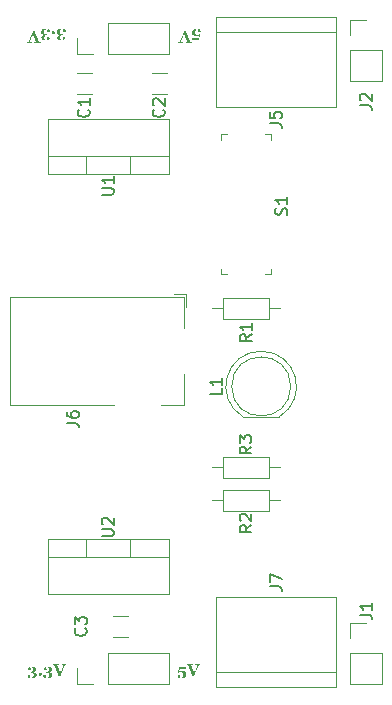
<source format=gto>
%TF.GenerationSoftware,KiCad,Pcbnew,8.0.4*%
%TF.CreationDate,2024-09-05T09:17:28+05:30*%
%TF.ProjectId,BreadBoard_PowerSupply,42726561-6442-46f6-9172-645f506f7765,1*%
%TF.SameCoordinates,Original*%
%TF.FileFunction,Legend,Top*%
%TF.FilePolarity,Positive*%
%FSLAX46Y46*%
G04 Gerber Fmt 4.6, Leading zero omitted, Abs format (unit mm)*
G04 Created by KiCad (PCBNEW 8.0.4) date 2024-09-05 09:17:28*
%MOMM*%
%LPD*%
G01*
G04 APERTURE LIST*
%ADD10C,0.200000*%
%ADD11C,0.150000*%
%ADD12C,0.120000*%
%ADD13C,0.100000*%
G04 APERTURE END LIST*
D10*
G36*
X156514276Y-67955039D02*
G01*
X156476479Y-67923776D01*
X156445644Y-67883720D01*
X156425833Y-67837714D01*
X156418287Y-67786543D01*
X156418044Y-67774544D01*
X156423935Y-67721951D01*
X156441606Y-67673378D01*
X156471058Y-67628825D01*
X156505680Y-67593837D01*
X156541143Y-67566937D01*
X156589703Y-67538716D01*
X156643244Y-67516333D01*
X156691665Y-67502141D01*
X156743545Y-67492004D01*
X156798884Y-67485922D01*
X156857681Y-67483895D01*
X156908320Y-67485930D01*
X156963665Y-67493448D01*
X157014989Y-67506506D01*
X157062293Y-67525104D01*
X157093620Y-67541780D01*
X157135935Y-67572265D01*
X157169088Y-67610538D01*
X157187979Y-67658003D01*
X157190340Y-67683685D01*
X157180448Y-67732355D01*
X157159077Y-67763797D01*
X157117260Y-67790261D01*
X157075546Y-67796526D01*
X157026209Y-67789443D01*
X156986642Y-67768193D01*
X156957683Y-67728037D01*
X156951959Y-67692722D01*
X156958142Y-67641989D01*
X156963927Y-67619938D01*
X156978481Y-67572858D01*
X156982734Y-67560343D01*
X156943655Y-67550085D01*
X156893250Y-67546453D01*
X156887235Y-67546421D01*
X156838138Y-67551382D01*
X156809321Y-67559122D01*
X156763625Y-67582308D01*
X156743131Y-67599910D01*
X156712773Y-67638911D01*
X156697458Y-67669764D01*
X156684880Y-67719439D01*
X156681354Y-67771425D01*
X156681338Y-67775521D01*
X156684801Y-67825392D01*
X156688665Y-67846840D01*
X156706022Y-67892589D01*
X156714799Y-67905702D01*
X156753594Y-67938302D01*
X156767556Y-67945025D01*
X156816233Y-67957199D01*
X156852308Y-67959191D01*
X156939503Y-67959191D01*
X156939503Y-68046630D01*
X156877709Y-68046630D01*
X156828322Y-68051615D01*
X156781335Y-68070758D01*
X156752413Y-68097677D01*
X156728748Y-68143484D01*
X156717370Y-68193148D01*
X156713616Y-68246779D01*
X156713578Y-68253260D01*
X156717994Y-68306198D01*
X156734598Y-68355888D01*
X156750947Y-68379533D01*
X156793333Y-68409862D01*
X156841962Y-68421127D01*
X156859147Y-68421787D01*
X156906041Y-68418612D01*
X156946341Y-68407866D01*
X156931780Y-68359023D01*
X156927779Y-68344362D01*
X156918087Y-68296197D01*
X156916788Y-68274997D01*
X156928671Y-68225532D01*
X156950494Y-68199526D01*
X156994904Y-68177012D01*
X157038421Y-68171683D01*
X157087249Y-68180920D01*
X157120487Y-68204411D01*
X157145978Y-68248388D01*
X157151017Y-68284034D01*
X157141405Y-68333551D01*
X157112568Y-68378297D01*
X157075657Y-68410659D01*
X157052587Y-68425695D01*
X157007010Y-68448536D01*
X156956617Y-68465766D01*
X156901409Y-68477387D01*
X156850255Y-68482882D01*
X156804925Y-68484314D01*
X156755603Y-68482802D01*
X156705408Y-68477489D01*
X156656206Y-68467099D01*
X156634199Y-68460133D01*
X156587476Y-68440636D01*
X156543124Y-68413982D01*
X156527465Y-68401271D01*
X156493218Y-68363233D01*
X156474220Y-68327265D01*
X156461082Y-68279020D01*
X156459321Y-68256435D01*
X156466465Y-68206609D01*
X156472022Y-68188047D01*
X156493951Y-68142035D01*
X156509635Y-68121124D01*
X156546862Y-68086513D01*
X156588526Y-68060552D01*
X156634400Y-68040570D01*
X156682608Y-68026034D01*
X156702587Y-68021473D01*
X156702587Y-68010482D01*
X156653098Y-68004595D01*
X156606111Y-67994362D01*
X156557140Y-67977937D01*
X156514276Y-67955039D01*
G37*
G36*
X155984757Y-67850503D02*
G01*
X155994832Y-67800556D01*
X156022578Y-67760163D01*
X156025057Y-67757691D01*
X156065883Y-67729466D01*
X156116648Y-67718406D01*
X156120068Y-67718368D01*
X156168894Y-67726901D01*
X156210958Y-67752500D01*
X156216055Y-67757203D01*
X156244806Y-67797166D01*
X156256072Y-67847129D01*
X156256111Y-67850503D01*
X156246097Y-67901062D01*
X156218520Y-67941805D01*
X156216055Y-67944293D01*
X156174893Y-67972868D01*
X156126969Y-67983949D01*
X156120068Y-67984104D01*
X156071822Y-67975303D01*
X156030123Y-67948899D01*
X156025057Y-67944048D01*
X155996131Y-67903544D01*
X155984797Y-67853833D01*
X155984757Y-67850503D01*
G37*
G36*
X155180710Y-67955039D02*
G01*
X155142913Y-67923776D01*
X155112078Y-67883720D01*
X155092268Y-67837714D01*
X155084721Y-67786543D01*
X155084478Y-67774544D01*
X155090369Y-67721951D01*
X155108040Y-67673378D01*
X155137492Y-67628825D01*
X155172114Y-67593837D01*
X155207577Y-67566937D01*
X155256137Y-67538716D01*
X155309678Y-67516333D01*
X155358099Y-67502141D01*
X155409980Y-67492004D01*
X155465318Y-67485922D01*
X155524115Y-67483895D01*
X155574754Y-67485930D01*
X155630099Y-67493448D01*
X155681423Y-67506506D01*
X155728727Y-67525104D01*
X155760054Y-67541780D01*
X155802369Y-67572265D01*
X155835522Y-67610538D01*
X155854413Y-67658003D01*
X155856774Y-67683685D01*
X155846882Y-67732355D01*
X155825511Y-67763797D01*
X155783694Y-67790261D01*
X155741980Y-67796526D01*
X155692643Y-67789443D01*
X155653076Y-67768193D01*
X155624117Y-67728037D01*
X155618393Y-67692722D01*
X155624576Y-67641989D01*
X155630361Y-67619938D01*
X155644915Y-67572858D01*
X155649168Y-67560343D01*
X155610089Y-67550085D01*
X155559684Y-67546453D01*
X155553669Y-67546421D01*
X155504572Y-67551382D01*
X155475755Y-67559122D01*
X155430059Y-67582308D01*
X155409565Y-67599910D01*
X155379207Y-67638911D01*
X155363892Y-67669764D01*
X155351314Y-67719439D01*
X155347788Y-67771425D01*
X155347772Y-67775521D01*
X155351235Y-67825392D01*
X155355099Y-67846840D01*
X155372456Y-67892589D01*
X155381233Y-67905702D01*
X155420028Y-67938302D01*
X155433990Y-67945025D01*
X155482667Y-67957199D01*
X155518742Y-67959191D01*
X155605937Y-67959191D01*
X155605937Y-68046630D01*
X155544143Y-68046630D01*
X155494756Y-68051615D01*
X155447769Y-68070758D01*
X155418847Y-68097677D01*
X155395182Y-68143484D01*
X155383805Y-68193148D01*
X155380050Y-68246779D01*
X155380012Y-68253260D01*
X155384428Y-68306198D01*
X155401032Y-68355888D01*
X155417381Y-68379533D01*
X155459767Y-68409862D01*
X155508396Y-68421127D01*
X155525581Y-68421787D01*
X155572475Y-68418612D01*
X155612775Y-68407866D01*
X155598214Y-68359023D01*
X155594213Y-68344362D01*
X155584521Y-68296197D01*
X155583222Y-68274997D01*
X155595105Y-68225532D01*
X155616928Y-68199526D01*
X155661338Y-68177012D01*
X155704855Y-68171683D01*
X155753683Y-68180920D01*
X155786921Y-68204411D01*
X155812412Y-68248388D01*
X155817451Y-68284034D01*
X155807839Y-68333551D01*
X155779002Y-68378297D01*
X155742091Y-68410659D01*
X155719021Y-68425695D01*
X155673444Y-68448536D01*
X155623051Y-68465766D01*
X155567843Y-68477387D01*
X155516689Y-68482882D01*
X155471359Y-68484314D01*
X155422037Y-68482802D01*
X155371842Y-68477489D01*
X155322640Y-68467099D01*
X155300633Y-68460133D01*
X155253910Y-68440636D01*
X155209558Y-68413982D01*
X155193899Y-68401271D01*
X155159652Y-68363233D01*
X155140654Y-68327265D01*
X155127516Y-68279020D01*
X155125755Y-68256435D01*
X155132899Y-68206609D01*
X155138456Y-68188047D01*
X155160385Y-68142035D01*
X155176069Y-68121124D01*
X155213297Y-68086513D01*
X155254960Y-68060552D01*
X155300834Y-68040570D01*
X155349042Y-68026034D01*
X155369021Y-68021473D01*
X155369021Y-68010482D01*
X155319532Y-68004595D01*
X155272545Y-67994362D01*
X155223575Y-67977937D01*
X155180710Y-67955039D01*
G37*
G36*
X153917486Y-68649910D02*
G01*
X153960961Y-68641362D01*
X154003459Y-68622066D01*
X154042616Y-68591878D01*
X154049133Y-68584453D01*
X154075167Y-68542308D01*
X154081129Y-68529743D01*
X154101255Y-68483154D01*
X154120633Y-68437387D01*
X154140968Y-68388815D01*
X154160828Y-68340928D01*
X154182062Y-68289835D01*
X154201769Y-68242500D01*
X154222527Y-68192710D01*
X154228651Y-68178033D01*
X154248236Y-68130580D01*
X154268522Y-68081188D01*
X154289509Y-68029855D01*
X154308056Y-67984311D01*
X154323906Y-67945270D01*
X154342903Y-67898195D01*
X154361607Y-67851858D01*
X154380020Y-67806260D01*
X154401132Y-67753996D01*
X154421847Y-67702736D01*
X154559845Y-67702736D01*
X154583956Y-67762816D01*
X154608174Y-67823133D01*
X154626408Y-67868526D01*
X154644702Y-67914051D01*
X154663056Y-67959710D01*
X154681470Y-68005502D01*
X154699944Y-68051427D01*
X154718478Y-68097485D01*
X154737073Y-68143677D01*
X154755727Y-68190001D01*
X154779659Y-68249497D01*
X154801752Y-68304276D01*
X154822005Y-68354338D01*
X154840419Y-68399683D01*
X154860849Y-68449732D01*
X154881571Y-68500061D01*
X154895678Y-68533895D01*
X154919888Y-68578033D01*
X154926453Y-68586651D01*
X154965562Y-68618788D01*
X154973348Y-68623532D01*
X155014625Y-68641850D01*
X155062008Y-68651376D01*
X155062008Y-68703155D01*
X154533711Y-68703155D01*
X154533711Y-68652597D01*
X154582666Y-68645647D01*
X154630854Y-68634579D01*
X154634339Y-68633302D01*
X154660717Y-68607900D01*
X154658519Y-68591292D01*
X154651191Y-68568089D01*
X154633970Y-68522012D01*
X154615179Y-68474194D01*
X154595080Y-68424364D01*
X154575136Y-68375717D01*
X154571568Y-68367077D01*
X154552196Y-68319923D01*
X154530104Y-68265626D01*
X154510473Y-68217044D01*
X154489102Y-68163891D01*
X154465990Y-68106165D01*
X154447515Y-68059871D01*
X154428060Y-68011005D01*
X154407627Y-67959568D01*
X154400598Y-67941850D01*
X154379424Y-67994953D01*
X154359406Y-68045420D01*
X154340545Y-68093251D01*
X154319439Y-68147169D01*
X154299999Y-68197293D01*
X154285071Y-68236163D01*
X154265497Y-68287404D01*
X154246950Y-68335980D01*
X154229433Y-68381891D01*
X154210672Y-68431099D01*
X154203983Y-68448654D01*
X154186603Y-68497083D01*
X154175651Y-68532185D01*
X154164720Y-68581087D01*
X154164171Y-68590559D01*
X154195923Y-68627684D01*
X154244564Y-68641499D01*
X154297160Y-68648511D01*
X154312671Y-68649910D01*
X154312671Y-68703155D01*
X153917486Y-68703155D01*
X153917486Y-68649910D01*
G37*
G36*
X167286142Y-121930958D02*
G01*
X167325273Y-121962651D01*
X167358922Y-122002164D01*
X167372604Y-122023038D01*
X167394036Y-122070333D01*
X167404993Y-122120506D01*
X167407775Y-122166408D01*
X167403653Y-122220980D01*
X167391288Y-122271669D01*
X167370680Y-122318478D01*
X167341829Y-122361406D01*
X167304735Y-122400452D01*
X167290538Y-122412605D01*
X167244382Y-122445060D01*
X167193658Y-122470800D01*
X167138365Y-122489825D01*
X167088799Y-122500550D01*
X167036060Y-122506612D01*
X166991585Y-122508104D01*
X166940386Y-122506026D01*
X166884820Y-122498349D01*
X166833743Y-122485016D01*
X166787154Y-122466025D01*
X166756623Y-122448997D01*
X166715484Y-122418085D01*
X166683252Y-122380062D01*
X166664886Y-122333779D01*
X166662590Y-122309046D01*
X166672404Y-122260102D01*
X166693609Y-122228446D01*
X166735426Y-122201785D01*
X166777140Y-122195473D01*
X166826477Y-122202617D01*
X166866044Y-122224050D01*
X166895003Y-122264497D01*
X166900727Y-122300009D01*
X166895185Y-122349010D01*
X166889003Y-122373038D01*
X166874520Y-122420327D01*
X166869952Y-122433610D01*
X166908298Y-122442403D01*
X166949575Y-122445578D01*
X167000340Y-122438110D01*
X167026512Y-122428237D01*
X167069540Y-122400664D01*
X167091236Y-122378167D01*
X167118225Y-122336890D01*
X167137642Y-122288774D01*
X167148495Y-122241016D01*
X167153130Y-122191897D01*
X167153518Y-122171782D01*
X167149422Y-122121024D01*
X167135264Y-122070925D01*
X167110992Y-122027458D01*
X167101739Y-122015711D01*
X167062504Y-121980947D01*
X167015996Y-121960613D01*
X166967405Y-121954650D01*
X166915506Y-121959138D01*
X166868512Y-121973907D01*
X166860182Y-121978097D01*
X166819211Y-122004964D01*
X166782757Y-122039158D01*
X166729024Y-122021572D01*
X166795702Y-121523317D01*
X167376267Y-121523317D01*
X167376267Y-121710896D01*
X166845284Y-121710896D01*
X166816951Y-121934378D01*
X166862394Y-121909757D01*
X166908823Y-121890309D01*
X166912450Y-121888949D01*
X166963306Y-121874874D01*
X167016331Y-121868251D01*
X167049959Y-121867211D01*
X167099289Y-121869428D01*
X167148054Y-121876079D01*
X167170371Y-121880644D01*
X167218228Y-121895311D01*
X167264956Y-121917878D01*
X167286142Y-121930958D01*
G37*
G36*
X168562799Y-121342089D02*
G01*
X168519324Y-121350637D01*
X168476826Y-121369933D01*
X168437670Y-121400121D01*
X168431152Y-121407546D01*
X168405119Y-121449691D01*
X168399157Y-121462256D01*
X168379030Y-121508845D01*
X168359652Y-121554612D01*
X168339317Y-121603184D01*
X168319457Y-121651071D01*
X168298223Y-121702164D01*
X168278517Y-121749499D01*
X168257758Y-121799289D01*
X168251634Y-121813966D01*
X168232049Y-121861419D01*
X168211763Y-121910811D01*
X168190776Y-121962144D01*
X168172229Y-122007688D01*
X168156379Y-122046729D01*
X168137383Y-122093804D01*
X168118678Y-122140141D01*
X168100265Y-122185739D01*
X168079153Y-122238003D01*
X168058438Y-122289263D01*
X167920441Y-122289263D01*
X167896329Y-122229183D01*
X167872111Y-122168866D01*
X167853877Y-122123473D01*
X167835583Y-122077948D01*
X167817229Y-122032289D01*
X167798815Y-121986497D01*
X167780341Y-121940572D01*
X167761807Y-121894514D01*
X167743212Y-121848322D01*
X167724558Y-121801998D01*
X167700626Y-121742502D01*
X167678533Y-121687723D01*
X167658280Y-121637661D01*
X167639867Y-121592316D01*
X167619436Y-121542267D01*
X167598714Y-121491938D01*
X167584607Y-121458104D01*
X167560397Y-121413966D01*
X167553832Y-121405348D01*
X167514723Y-121373211D01*
X167506937Y-121368467D01*
X167465660Y-121350149D01*
X167418277Y-121340623D01*
X167418277Y-121288844D01*
X167946575Y-121288844D01*
X167946575Y-121339402D01*
X167897619Y-121346352D01*
X167849431Y-121357420D01*
X167845946Y-121358697D01*
X167819568Y-121384099D01*
X167821766Y-121400707D01*
X167829094Y-121423910D01*
X167846315Y-121469987D01*
X167865106Y-121517805D01*
X167885205Y-121567635D01*
X167905149Y-121616282D01*
X167908717Y-121624922D01*
X167928089Y-121672076D01*
X167950181Y-121726373D01*
X167969812Y-121774955D01*
X167991183Y-121828108D01*
X168014295Y-121885834D01*
X168032770Y-121932128D01*
X168052225Y-121980994D01*
X168072658Y-122032431D01*
X168079687Y-122050149D01*
X168100861Y-121997046D01*
X168120879Y-121946579D01*
X168139740Y-121898748D01*
X168160846Y-121844830D01*
X168180286Y-121794706D01*
X168195214Y-121755836D01*
X168214788Y-121704595D01*
X168233335Y-121656019D01*
X168250852Y-121610108D01*
X168269613Y-121560900D01*
X168276302Y-121543345D01*
X168293682Y-121494916D01*
X168304635Y-121459814D01*
X168315565Y-121410912D01*
X168316114Y-121401440D01*
X168284362Y-121364315D01*
X168235721Y-121350500D01*
X168183125Y-121343488D01*
X168167614Y-121342089D01*
X168167614Y-121288844D01*
X168562799Y-121288844D01*
X168562799Y-121342089D01*
G37*
G36*
X167993857Y-68061041D02*
G01*
X167954726Y-68029348D01*
X167921077Y-67989835D01*
X167907395Y-67968961D01*
X167885963Y-67921666D01*
X167875006Y-67871493D01*
X167872224Y-67825591D01*
X167876346Y-67771019D01*
X167888711Y-67720330D01*
X167909319Y-67673521D01*
X167938170Y-67630593D01*
X167975264Y-67591547D01*
X167989461Y-67579394D01*
X168035617Y-67546939D01*
X168086341Y-67521199D01*
X168141634Y-67502174D01*
X168191200Y-67491449D01*
X168243939Y-67485387D01*
X168288414Y-67483895D01*
X168339613Y-67485973D01*
X168395179Y-67493650D01*
X168446256Y-67506983D01*
X168492845Y-67525974D01*
X168523376Y-67543002D01*
X168564515Y-67573914D01*
X168596747Y-67611937D01*
X168615113Y-67658220D01*
X168617409Y-67682953D01*
X168607595Y-67731897D01*
X168586390Y-67763553D01*
X168544573Y-67790214D01*
X168502859Y-67796526D01*
X168453522Y-67789382D01*
X168413955Y-67767949D01*
X168384996Y-67727502D01*
X168379272Y-67691990D01*
X168384814Y-67642989D01*
X168390996Y-67618961D01*
X168405479Y-67571672D01*
X168410047Y-67558389D01*
X168371701Y-67549596D01*
X168330424Y-67546421D01*
X168279659Y-67553889D01*
X168253487Y-67563762D01*
X168210459Y-67591335D01*
X168188763Y-67613832D01*
X168161774Y-67655109D01*
X168142357Y-67703225D01*
X168131504Y-67750983D01*
X168126869Y-67800102D01*
X168126481Y-67820217D01*
X168130577Y-67870975D01*
X168144735Y-67921074D01*
X168169007Y-67964541D01*
X168178260Y-67976288D01*
X168217495Y-68011052D01*
X168264003Y-68031386D01*
X168312594Y-68037349D01*
X168364493Y-68032861D01*
X168411487Y-68018092D01*
X168419817Y-68013902D01*
X168460788Y-67987035D01*
X168497242Y-67952841D01*
X168550975Y-67970427D01*
X168484297Y-68468682D01*
X167903732Y-68468682D01*
X167903732Y-68281103D01*
X168434715Y-68281103D01*
X168463048Y-68057621D01*
X168417605Y-68082242D01*
X168371176Y-68101690D01*
X168367549Y-68103050D01*
X168316693Y-68117125D01*
X168263668Y-68123748D01*
X168230040Y-68124788D01*
X168180710Y-68122571D01*
X168131945Y-68115920D01*
X168109628Y-68111355D01*
X168061771Y-68096688D01*
X168015043Y-68074121D01*
X167993857Y-68061041D01*
G37*
G36*
X166717200Y-68649910D02*
G01*
X166760675Y-68641362D01*
X166803173Y-68622066D01*
X166842329Y-68591878D01*
X166848847Y-68584453D01*
X166874880Y-68542308D01*
X166880842Y-68529743D01*
X166900969Y-68483154D01*
X166920347Y-68437387D01*
X166940682Y-68388815D01*
X166960542Y-68340928D01*
X166981776Y-68289835D01*
X167001482Y-68242500D01*
X167022241Y-68192710D01*
X167028365Y-68178033D01*
X167047950Y-68130580D01*
X167068236Y-68081188D01*
X167089223Y-68029855D01*
X167107770Y-67984311D01*
X167123620Y-67945270D01*
X167142616Y-67898195D01*
X167161321Y-67851858D01*
X167179734Y-67806260D01*
X167200846Y-67753996D01*
X167221561Y-67702736D01*
X167359558Y-67702736D01*
X167383670Y-67762816D01*
X167407888Y-67823133D01*
X167426122Y-67868526D01*
X167444416Y-67914051D01*
X167462770Y-67959710D01*
X167481184Y-68005502D01*
X167499658Y-68051427D01*
X167518192Y-68097485D01*
X167536787Y-68143677D01*
X167555441Y-68190001D01*
X167579373Y-68249497D01*
X167601466Y-68304276D01*
X167621719Y-68354338D01*
X167640132Y-68399683D01*
X167660563Y-68449732D01*
X167681285Y-68500061D01*
X167695392Y-68533895D01*
X167719602Y-68578033D01*
X167726167Y-68586651D01*
X167765276Y-68618788D01*
X167773062Y-68623532D01*
X167814339Y-68641850D01*
X167861722Y-68651376D01*
X167861722Y-68703155D01*
X167333424Y-68703155D01*
X167333424Y-68652597D01*
X167382380Y-68645647D01*
X167430568Y-68634579D01*
X167434053Y-68633302D01*
X167460431Y-68607900D01*
X167458233Y-68591292D01*
X167450905Y-68568089D01*
X167433684Y-68522012D01*
X167414893Y-68474194D01*
X167394794Y-68424364D01*
X167374850Y-68375717D01*
X167371282Y-68367077D01*
X167351910Y-68319923D01*
X167329818Y-68265626D01*
X167310187Y-68217044D01*
X167288816Y-68163891D01*
X167265704Y-68106165D01*
X167247229Y-68059871D01*
X167227774Y-68011005D01*
X167207341Y-67959568D01*
X167200312Y-67941850D01*
X167179138Y-67994953D01*
X167159120Y-68045420D01*
X167140259Y-68093251D01*
X167119153Y-68147169D01*
X167099713Y-68197293D01*
X167084785Y-68236163D01*
X167065211Y-68287404D01*
X167046664Y-68335980D01*
X167029147Y-68381891D01*
X167010386Y-68431099D01*
X167003697Y-68448654D01*
X166986317Y-68497083D01*
X166975364Y-68532185D01*
X166964434Y-68581087D01*
X166963885Y-68590559D01*
X166995637Y-68627684D01*
X167044278Y-68641499D01*
X167096874Y-68648511D01*
X167112385Y-68649910D01*
X167112385Y-68703155D01*
X166717200Y-68703155D01*
X166717200Y-68649910D01*
G37*
G36*
X154635723Y-122036960D02*
G01*
X154673520Y-122068223D01*
X154704355Y-122108279D01*
X154724166Y-122154285D01*
X154731712Y-122205456D01*
X154731955Y-122217455D01*
X154726064Y-122270048D01*
X154708393Y-122318621D01*
X154678941Y-122363174D01*
X154644319Y-122398162D01*
X154608856Y-122425062D01*
X154560296Y-122453283D01*
X154506755Y-122475666D01*
X154458334Y-122489858D01*
X154406454Y-122499995D01*
X154351115Y-122506077D01*
X154292318Y-122508104D01*
X154241679Y-122506069D01*
X154186334Y-122498551D01*
X154135010Y-122485493D01*
X154087706Y-122466895D01*
X154056379Y-122450219D01*
X154014064Y-122419734D01*
X153980911Y-122381461D01*
X153962020Y-122333996D01*
X153959659Y-122308314D01*
X153969551Y-122259644D01*
X153990922Y-122228202D01*
X154032739Y-122201738D01*
X154074453Y-122195473D01*
X154123790Y-122202556D01*
X154163357Y-122223806D01*
X154192316Y-122263962D01*
X154198040Y-122299277D01*
X154191857Y-122350010D01*
X154186072Y-122372061D01*
X154171518Y-122419141D01*
X154167265Y-122431656D01*
X154206344Y-122441914D01*
X154256749Y-122445546D01*
X154262764Y-122445578D01*
X154311861Y-122440617D01*
X154340678Y-122432877D01*
X154386374Y-122409691D01*
X154406868Y-122392089D01*
X154437226Y-122353088D01*
X154452541Y-122322235D01*
X154465119Y-122272560D01*
X154468645Y-122220574D01*
X154468661Y-122216478D01*
X154465198Y-122166607D01*
X154461334Y-122145159D01*
X154443977Y-122099410D01*
X154435200Y-122086297D01*
X154396405Y-122053697D01*
X154382443Y-122046974D01*
X154333766Y-122034800D01*
X154297691Y-122032808D01*
X154210496Y-122032808D01*
X154210496Y-121945369D01*
X154272290Y-121945369D01*
X154321677Y-121940384D01*
X154368664Y-121921241D01*
X154397586Y-121894322D01*
X154421251Y-121848515D01*
X154432629Y-121798851D01*
X154436383Y-121745220D01*
X154436421Y-121738739D01*
X154432005Y-121685801D01*
X154415401Y-121636111D01*
X154399052Y-121612466D01*
X154356666Y-121582137D01*
X154308037Y-121570872D01*
X154290852Y-121570212D01*
X154243958Y-121573387D01*
X154203658Y-121584133D01*
X154218219Y-121632976D01*
X154222220Y-121647637D01*
X154231912Y-121695802D01*
X154233211Y-121717002D01*
X154221328Y-121766467D01*
X154199505Y-121792473D01*
X154155095Y-121814987D01*
X154111578Y-121820316D01*
X154062750Y-121811079D01*
X154029512Y-121787588D01*
X154004021Y-121743611D01*
X153998982Y-121707965D01*
X154008594Y-121658448D01*
X154037431Y-121613702D01*
X154074342Y-121581340D01*
X154097412Y-121566304D01*
X154142989Y-121543463D01*
X154193382Y-121526233D01*
X154248590Y-121514612D01*
X154299744Y-121509117D01*
X154345074Y-121507685D01*
X154394396Y-121509197D01*
X154444591Y-121514510D01*
X154493793Y-121524900D01*
X154515800Y-121531866D01*
X154562523Y-121551363D01*
X154606875Y-121578017D01*
X154622534Y-121590728D01*
X154656781Y-121628766D01*
X154675779Y-121664734D01*
X154688917Y-121712979D01*
X154690678Y-121735564D01*
X154683534Y-121785390D01*
X154677977Y-121803952D01*
X154656048Y-121849964D01*
X154640364Y-121870875D01*
X154603137Y-121905486D01*
X154561473Y-121931447D01*
X154515599Y-121951429D01*
X154467391Y-121965965D01*
X154447412Y-121970526D01*
X154447412Y-121981517D01*
X154496901Y-121987404D01*
X154543888Y-121997637D01*
X154592859Y-122014062D01*
X154635723Y-122036960D01*
G37*
G36*
X155165242Y-122141496D02*
G01*
X155155167Y-122191443D01*
X155127421Y-122231836D01*
X155124942Y-122234308D01*
X155084116Y-122262533D01*
X155033351Y-122273593D01*
X155029931Y-122273631D01*
X154981105Y-122265098D01*
X154939041Y-122239499D01*
X154933944Y-122234796D01*
X154905193Y-122194833D01*
X154893927Y-122144870D01*
X154893888Y-122141496D01*
X154903902Y-122090937D01*
X154931479Y-122050194D01*
X154933944Y-122047706D01*
X154975106Y-122019131D01*
X155023030Y-122008050D01*
X155029931Y-122007895D01*
X155078177Y-122016696D01*
X155119876Y-122043100D01*
X155124942Y-122047951D01*
X155153868Y-122088455D01*
X155165202Y-122138166D01*
X155165242Y-122141496D01*
G37*
G36*
X155969289Y-122036960D02*
G01*
X156007086Y-122068223D01*
X156037921Y-122108279D01*
X156057731Y-122154285D01*
X156065278Y-122205456D01*
X156065521Y-122217455D01*
X156059630Y-122270048D01*
X156041959Y-122318621D01*
X156012507Y-122363174D01*
X155977885Y-122398162D01*
X155942422Y-122425062D01*
X155893862Y-122453283D01*
X155840321Y-122475666D01*
X155791900Y-122489858D01*
X155740019Y-122499995D01*
X155684681Y-122506077D01*
X155625884Y-122508104D01*
X155575245Y-122506069D01*
X155519900Y-122498551D01*
X155468576Y-122485493D01*
X155421272Y-122466895D01*
X155389945Y-122450219D01*
X155347630Y-122419734D01*
X155314477Y-122381461D01*
X155295586Y-122333996D01*
X155293225Y-122308314D01*
X155303117Y-122259644D01*
X155324488Y-122228202D01*
X155366305Y-122201738D01*
X155408019Y-122195473D01*
X155457356Y-122202556D01*
X155496923Y-122223806D01*
X155525882Y-122263962D01*
X155531606Y-122299277D01*
X155525423Y-122350010D01*
X155519638Y-122372061D01*
X155505084Y-122419141D01*
X155500831Y-122431656D01*
X155539910Y-122441914D01*
X155590315Y-122445546D01*
X155596330Y-122445578D01*
X155645427Y-122440617D01*
X155674244Y-122432877D01*
X155719940Y-122409691D01*
X155740434Y-122392089D01*
X155770792Y-122353088D01*
X155786107Y-122322235D01*
X155798685Y-122272560D01*
X155802211Y-122220574D01*
X155802227Y-122216478D01*
X155798764Y-122166607D01*
X155794900Y-122145159D01*
X155777543Y-122099410D01*
X155768766Y-122086297D01*
X155729971Y-122053697D01*
X155716009Y-122046974D01*
X155667332Y-122034800D01*
X155631257Y-122032808D01*
X155544062Y-122032808D01*
X155544062Y-121945369D01*
X155605856Y-121945369D01*
X155655243Y-121940384D01*
X155702230Y-121921241D01*
X155731152Y-121894322D01*
X155754817Y-121848515D01*
X155766194Y-121798851D01*
X155769949Y-121745220D01*
X155769987Y-121738739D01*
X155765571Y-121685801D01*
X155748967Y-121636111D01*
X155732618Y-121612466D01*
X155690232Y-121582137D01*
X155641603Y-121570872D01*
X155624418Y-121570212D01*
X155577524Y-121573387D01*
X155537224Y-121584133D01*
X155551785Y-121632976D01*
X155555786Y-121647637D01*
X155565478Y-121695802D01*
X155566777Y-121717002D01*
X155554894Y-121766467D01*
X155533071Y-121792473D01*
X155488661Y-121814987D01*
X155445144Y-121820316D01*
X155396316Y-121811079D01*
X155363078Y-121787588D01*
X155337587Y-121743611D01*
X155332548Y-121707965D01*
X155342160Y-121658448D01*
X155370997Y-121613702D01*
X155407908Y-121581340D01*
X155430978Y-121566304D01*
X155476555Y-121543463D01*
X155526948Y-121526233D01*
X155582156Y-121514612D01*
X155633310Y-121509117D01*
X155678640Y-121507685D01*
X155727962Y-121509197D01*
X155778157Y-121514510D01*
X155827359Y-121524900D01*
X155849366Y-121531866D01*
X155896089Y-121551363D01*
X155940441Y-121578017D01*
X155956100Y-121590728D01*
X155990347Y-121628766D01*
X156009345Y-121664734D01*
X156022483Y-121712979D01*
X156024244Y-121735564D01*
X156017100Y-121785390D01*
X156011543Y-121803952D01*
X155989614Y-121849964D01*
X155973930Y-121870875D01*
X155936702Y-121905486D01*
X155895039Y-121931447D01*
X155849165Y-121951429D01*
X155800957Y-121965965D01*
X155780978Y-121970526D01*
X155780978Y-121981517D01*
X155830467Y-121987404D01*
X155877454Y-121997637D01*
X155926424Y-122014062D01*
X155969289Y-122036960D01*
G37*
G36*
X157232513Y-121342089D02*
G01*
X157189038Y-121350637D01*
X157146540Y-121369933D01*
X157107383Y-121400121D01*
X157100866Y-121407546D01*
X157074832Y-121449691D01*
X157068870Y-121462256D01*
X157048744Y-121508845D01*
X157029366Y-121554612D01*
X157009031Y-121603184D01*
X156989171Y-121651071D01*
X156967937Y-121702164D01*
X156948230Y-121749499D01*
X156927472Y-121799289D01*
X156921348Y-121813966D01*
X156901763Y-121861419D01*
X156881477Y-121910811D01*
X156860490Y-121962144D01*
X156841943Y-122007688D01*
X156826093Y-122046729D01*
X156807096Y-122093804D01*
X156788392Y-122140141D01*
X156769979Y-122185739D01*
X156748867Y-122238003D01*
X156728152Y-122289263D01*
X156590154Y-122289263D01*
X156566043Y-122229183D01*
X156541825Y-122168866D01*
X156523591Y-122123473D01*
X156505297Y-122077948D01*
X156486943Y-122032289D01*
X156468529Y-121986497D01*
X156450055Y-121940572D01*
X156431521Y-121894514D01*
X156412926Y-121848322D01*
X156394272Y-121801998D01*
X156370340Y-121742502D01*
X156348247Y-121687723D01*
X156327994Y-121637661D01*
X156309580Y-121592316D01*
X156289150Y-121542267D01*
X156268428Y-121491938D01*
X156254321Y-121458104D01*
X156230111Y-121413966D01*
X156223546Y-121405348D01*
X156184437Y-121373211D01*
X156176651Y-121368467D01*
X156135374Y-121350149D01*
X156087991Y-121340623D01*
X156087991Y-121288844D01*
X156616288Y-121288844D01*
X156616288Y-121339402D01*
X156567333Y-121346352D01*
X156519145Y-121357420D01*
X156515660Y-121358697D01*
X156489282Y-121384099D01*
X156491480Y-121400707D01*
X156498808Y-121423910D01*
X156516029Y-121469987D01*
X156534820Y-121517805D01*
X156554919Y-121567635D01*
X156574863Y-121616282D01*
X156578431Y-121624922D01*
X156597803Y-121672076D01*
X156619895Y-121726373D01*
X156639526Y-121774955D01*
X156660897Y-121828108D01*
X156684009Y-121885834D01*
X156702484Y-121932128D01*
X156721939Y-121980994D01*
X156742372Y-122032431D01*
X156749401Y-122050149D01*
X156770575Y-121997046D01*
X156790593Y-121946579D01*
X156809454Y-121898748D01*
X156830560Y-121844830D01*
X156850000Y-121794706D01*
X156864928Y-121755836D01*
X156884502Y-121704595D01*
X156903049Y-121656019D01*
X156920566Y-121610108D01*
X156939327Y-121560900D01*
X156946016Y-121543345D01*
X156963396Y-121494916D01*
X156974348Y-121459814D01*
X156985279Y-121410912D01*
X156985828Y-121401440D01*
X156954076Y-121364315D01*
X156905435Y-121350500D01*
X156852839Y-121343488D01*
X156837328Y-121342089D01*
X156837328Y-121288844D01*
X157232513Y-121288844D01*
X157232513Y-121342089D01*
G37*
D11*
X170380819Y-97956666D02*
X170380819Y-98432856D01*
X170380819Y-98432856D02*
X169380819Y-98432856D01*
X170380819Y-97099523D02*
X170380819Y-97670951D01*
X170380819Y-97385237D02*
X169380819Y-97385237D01*
X169380819Y-97385237D02*
X169523676Y-97480475D01*
X169523676Y-97480475D02*
X169618914Y-97575713D01*
X169618914Y-97575713D02*
X169666533Y-97670951D01*
X172909819Y-109528666D02*
X172433628Y-109861999D01*
X172909819Y-110100094D02*
X171909819Y-110100094D01*
X171909819Y-110100094D02*
X171909819Y-109719142D01*
X171909819Y-109719142D02*
X171957438Y-109623904D01*
X171957438Y-109623904D02*
X172005057Y-109576285D01*
X172005057Y-109576285D02*
X172100295Y-109528666D01*
X172100295Y-109528666D02*
X172243152Y-109528666D01*
X172243152Y-109528666D02*
X172338390Y-109576285D01*
X172338390Y-109576285D02*
X172386009Y-109623904D01*
X172386009Y-109623904D02*
X172433628Y-109719142D01*
X172433628Y-109719142D02*
X172433628Y-110100094D01*
X172005057Y-109147713D02*
X171957438Y-109100094D01*
X171957438Y-109100094D02*
X171909819Y-109004856D01*
X171909819Y-109004856D02*
X171909819Y-108766761D01*
X171909819Y-108766761D02*
X171957438Y-108671523D01*
X171957438Y-108671523D02*
X172005057Y-108623904D01*
X172005057Y-108623904D02*
X172100295Y-108576285D01*
X172100295Y-108576285D02*
X172195533Y-108576285D01*
X172195533Y-108576285D02*
X172338390Y-108623904D01*
X172338390Y-108623904D02*
X172909819Y-109195332D01*
X172909819Y-109195332D02*
X172909819Y-108576285D01*
X172920819Y-93384666D02*
X172444628Y-93717999D01*
X172920819Y-93956094D02*
X171920819Y-93956094D01*
X171920819Y-93956094D02*
X171920819Y-93575142D01*
X171920819Y-93575142D02*
X171968438Y-93479904D01*
X171968438Y-93479904D02*
X172016057Y-93432285D01*
X172016057Y-93432285D02*
X172111295Y-93384666D01*
X172111295Y-93384666D02*
X172254152Y-93384666D01*
X172254152Y-93384666D02*
X172349390Y-93432285D01*
X172349390Y-93432285D02*
X172397009Y-93479904D01*
X172397009Y-93479904D02*
X172444628Y-93575142D01*
X172444628Y-93575142D02*
X172444628Y-93956094D01*
X172920819Y-92432285D02*
X172920819Y-93003713D01*
X172920819Y-92717999D02*
X171920819Y-92717999D01*
X171920819Y-92717999D02*
X172063676Y-92813237D01*
X172063676Y-92813237D02*
X172158914Y-92908475D01*
X172158914Y-92908475D02*
X172206533Y-93003713D01*
X159109580Y-74352666D02*
X159157200Y-74400285D01*
X159157200Y-74400285D02*
X159204819Y-74543142D01*
X159204819Y-74543142D02*
X159204819Y-74638380D01*
X159204819Y-74638380D02*
X159157200Y-74781237D01*
X159157200Y-74781237D02*
X159061961Y-74876475D01*
X159061961Y-74876475D02*
X158966723Y-74924094D01*
X158966723Y-74924094D02*
X158776247Y-74971713D01*
X158776247Y-74971713D02*
X158633390Y-74971713D01*
X158633390Y-74971713D02*
X158442914Y-74924094D01*
X158442914Y-74924094D02*
X158347676Y-74876475D01*
X158347676Y-74876475D02*
X158252438Y-74781237D01*
X158252438Y-74781237D02*
X158204819Y-74638380D01*
X158204819Y-74638380D02*
X158204819Y-74543142D01*
X158204819Y-74543142D02*
X158252438Y-74400285D01*
X158252438Y-74400285D02*
X158300057Y-74352666D01*
X159204819Y-73400285D02*
X159204819Y-73971713D01*
X159204819Y-73685999D02*
X158204819Y-73685999D01*
X158204819Y-73685999D02*
X158347676Y-73781237D01*
X158347676Y-73781237D02*
X158442914Y-73876475D01*
X158442914Y-73876475D02*
X158490533Y-73971713D01*
X175893200Y-83261904D02*
X175940819Y-83119047D01*
X175940819Y-83119047D02*
X175940819Y-82880952D01*
X175940819Y-82880952D02*
X175893200Y-82785714D01*
X175893200Y-82785714D02*
X175845580Y-82738095D01*
X175845580Y-82738095D02*
X175750342Y-82690476D01*
X175750342Y-82690476D02*
X175655104Y-82690476D01*
X175655104Y-82690476D02*
X175559866Y-82738095D01*
X175559866Y-82738095D02*
X175512247Y-82785714D01*
X175512247Y-82785714D02*
X175464628Y-82880952D01*
X175464628Y-82880952D02*
X175417009Y-83071428D01*
X175417009Y-83071428D02*
X175369390Y-83166666D01*
X175369390Y-83166666D02*
X175321771Y-83214285D01*
X175321771Y-83214285D02*
X175226533Y-83261904D01*
X175226533Y-83261904D02*
X175131295Y-83261904D01*
X175131295Y-83261904D02*
X175036057Y-83214285D01*
X175036057Y-83214285D02*
X174988438Y-83166666D01*
X174988438Y-83166666D02*
X174940819Y-83071428D01*
X174940819Y-83071428D02*
X174940819Y-82833333D01*
X174940819Y-82833333D02*
X174988438Y-82690476D01*
X175940819Y-81738095D02*
X175940819Y-82309523D01*
X175940819Y-82023809D02*
X174940819Y-82023809D01*
X174940819Y-82023809D02*
X175083676Y-82119047D01*
X175083676Y-82119047D02*
X175178914Y-82214285D01*
X175178914Y-82214285D02*
X175226533Y-82309523D01*
X172909819Y-102894666D02*
X172433628Y-103227999D01*
X172909819Y-103466094D02*
X171909819Y-103466094D01*
X171909819Y-103466094D02*
X171909819Y-103085142D01*
X171909819Y-103085142D02*
X171957438Y-102989904D01*
X171957438Y-102989904D02*
X172005057Y-102942285D01*
X172005057Y-102942285D02*
X172100295Y-102894666D01*
X172100295Y-102894666D02*
X172243152Y-102894666D01*
X172243152Y-102894666D02*
X172338390Y-102942285D01*
X172338390Y-102942285D02*
X172386009Y-102989904D01*
X172386009Y-102989904D02*
X172433628Y-103085142D01*
X172433628Y-103085142D02*
X172433628Y-103466094D01*
X171909819Y-102561332D02*
X171909819Y-101942285D01*
X171909819Y-101942285D02*
X172290771Y-102275618D01*
X172290771Y-102275618D02*
X172290771Y-102132761D01*
X172290771Y-102132761D02*
X172338390Y-102037523D01*
X172338390Y-102037523D02*
X172386009Y-101989904D01*
X172386009Y-101989904D02*
X172481247Y-101942285D01*
X172481247Y-101942285D02*
X172719342Y-101942285D01*
X172719342Y-101942285D02*
X172814580Y-101989904D01*
X172814580Y-101989904D02*
X172862200Y-102037523D01*
X172862200Y-102037523D02*
X172909819Y-102132761D01*
X172909819Y-102132761D02*
X172909819Y-102418475D01*
X172909819Y-102418475D02*
X172862200Y-102513713D01*
X172862200Y-102513713D02*
X172814580Y-102561332D01*
X157278819Y-100883833D02*
X157993104Y-100883833D01*
X157993104Y-100883833D02*
X158135961Y-100931452D01*
X158135961Y-100931452D02*
X158231200Y-101026690D01*
X158231200Y-101026690D02*
X158278819Y-101169547D01*
X158278819Y-101169547D02*
X158278819Y-101264785D01*
X157278819Y-99979071D02*
X157278819Y-100169547D01*
X157278819Y-100169547D02*
X157326438Y-100264785D01*
X157326438Y-100264785D02*
X157374057Y-100312404D01*
X157374057Y-100312404D02*
X157516914Y-100407642D01*
X157516914Y-100407642D02*
X157707390Y-100455261D01*
X157707390Y-100455261D02*
X158088342Y-100455261D01*
X158088342Y-100455261D02*
X158183580Y-100407642D01*
X158183580Y-100407642D02*
X158231200Y-100360023D01*
X158231200Y-100360023D02*
X158278819Y-100264785D01*
X158278819Y-100264785D02*
X158278819Y-100074309D01*
X158278819Y-100074309D02*
X158231200Y-99979071D01*
X158231200Y-99979071D02*
X158183580Y-99931452D01*
X158183580Y-99931452D02*
X158088342Y-99883833D01*
X158088342Y-99883833D02*
X157850247Y-99883833D01*
X157850247Y-99883833D02*
X157755009Y-99931452D01*
X157755009Y-99931452D02*
X157707390Y-99979071D01*
X157707390Y-99979071D02*
X157659771Y-100074309D01*
X157659771Y-100074309D02*
X157659771Y-100264785D01*
X157659771Y-100264785D02*
X157707390Y-100360023D01*
X157707390Y-100360023D02*
X157755009Y-100407642D01*
X157755009Y-100407642D02*
X157850247Y-100455261D01*
X160236819Y-81556904D02*
X161046342Y-81556904D01*
X161046342Y-81556904D02*
X161141580Y-81509285D01*
X161141580Y-81509285D02*
X161189200Y-81461666D01*
X161189200Y-81461666D02*
X161236819Y-81366428D01*
X161236819Y-81366428D02*
X161236819Y-81175952D01*
X161236819Y-81175952D02*
X161189200Y-81080714D01*
X161189200Y-81080714D02*
X161141580Y-81033095D01*
X161141580Y-81033095D02*
X161046342Y-80985476D01*
X161046342Y-80985476D02*
X160236819Y-80985476D01*
X161236819Y-79985476D02*
X161236819Y-80556904D01*
X161236819Y-80271190D02*
X160236819Y-80271190D01*
X160236819Y-80271190D02*
X160379676Y-80366428D01*
X160379676Y-80366428D02*
X160474914Y-80461666D01*
X160474914Y-80461666D02*
X160522533Y-80556904D01*
X182080819Y-73993333D02*
X182795104Y-73993333D01*
X182795104Y-73993333D02*
X182937961Y-74040952D01*
X182937961Y-74040952D02*
X183033200Y-74136190D01*
X183033200Y-74136190D02*
X183080819Y-74279047D01*
X183080819Y-74279047D02*
X183080819Y-74374285D01*
X182176057Y-73564761D02*
X182128438Y-73517142D01*
X182128438Y-73517142D02*
X182080819Y-73421904D01*
X182080819Y-73421904D02*
X182080819Y-73183809D01*
X182080819Y-73183809D02*
X182128438Y-73088571D01*
X182128438Y-73088571D02*
X182176057Y-73040952D01*
X182176057Y-73040952D02*
X182271295Y-72993333D01*
X182271295Y-72993333D02*
X182366533Y-72993333D01*
X182366533Y-72993333D02*
X182509390Y-73040952D01*
X182509390Y-73040952D02*
X183080819Y-73612380D01*
X183080819Y-73612380D02*
X183080819Y-72993333D01*
X182080819Y-117123333D02*
X182795104Y-117123333D01*
X182795104Y-117123333D02*
X182937961Y-117170952D01*
X182937961Y-117170952D02*
X183033200Y-117266190D01*
X183033200Y-117266190D02*
X183080819Y-117409047D01*
X183080819Y-117409047D02*
X183080819Y-117504285D01*
X183080819Y-116123333D02*
X183080819Y-116694761D01*
X183080819Y-116409047D02*
X182080819Y-116409047D01*
X182080819Y-116409047D02*
X182223676Y-116504285D01*
X182223676Y-116504285D02*
X182318914Y-116599523D01*
X182318914Y-116599523D02*
X182366533Y-116694761D01*
X174460819Y-75517333D02*
X175175104Y-75517333D01*
X175175104Y-75517333D02*
X175317961Y-75564952D01*
X175317961Y-75564952D02*
X175413200Y-75660190D01*
X175413200Y-75660190D02*
X175460819Y-75803047D01*
X175460819Y-75803047D02*
X175460819Y-75898285D01*
X174460819Y-74564952D02*
X174460819Y-75041142D01*
X174460819Y-75041142D02*
X174937009Y-75088761D01*
X174937009Y-75088761D02*
X174889390Y-75041142D01*
X174889390Y-75041142D02*
X174841771Y-74945904D01*
X174841771Y-74945904D02*
X174841771Y-74707809D01*
X174841771Y-74707809D02*
X174889390Y-74612571D01*
X174889390Y-74612571D02*
X174937009Y-74564952D01*
X174937009Y-74564952D02*
X175032247Y-74517333D01*
X175032247Y-74517333D02*
X175270342Y-74517333D01*
X175270342Y-74517333D02*
X175365580Y-74564952D01*
X175365580Y-74564952D02*
X175413200Y-74612571D01*
X175413200Y-74612571D02*
X175460819Y-74707809D01*
X175460819Y-74707809D02*
X175460819Y-74945904D01*
X175460819Y-74945904D02*
X175413200Y-75041142D01*
X175413200Y-75041142D02*
X175365580Y-75088761D01*
X158855580Y-118276666D02*
X158903200Y-118324285D01*
X158903200Y-118324285D02*
X158950819Y-118467142D01*
X158950819Y-118467142D02*
X158950819Y-118562380D01*
X158950819Y-118562380D02*
X158903200Y-118705237D01*
X158903200Y-118705237D02*
X158807961Y-118800475D01*
X158807961Y-118800475D02*
X158712723Y-118848094D01*
X158712723Y-118848094D02*
X158522247Y-118895713D01*
X158522247Y-118895713D02*
X158379390Y-118895713D01*
X158379390Y-118895713D02*
X158188914Y-118848094D01*
X158188914Y-118848094D02*
X158093676Y-118800475D01*
X158093676Y-118800475D02*
X157998438Y-118705237D01*
X157998438Y-118705237D02*
X157950819Y-118562380D01*
X157950819Y-118562380D02*
X157950819Y-118467142D01*
X157950819Y-118467142D02*
X157998438Y-118324285D01*
X157998438Y-118324285D02*
X158046057Y-118276666D01*
X157950819Y-117943332D02*
X157950819Y-117324285D01*
X157950819Y-117324285D02*
X158331771Y-117657618D01*
X158331771Y-117657618D02*
X158331771Y-117514761D01*
X158331771Y-117514761D02*
X158379390Y-117419523D01*
X158379390Y-117419523D02*
X158427009Y-117371904D01*
X158427009Y-117371904D02*
X158522247Y-117324285D01*
X158522247Y-117324285D02*
X158760342Y-117324285D01*
X158760342Y-117324285D02*
X158855580Y-117371904D01*
X158855580Y-117371904D02*
X158903200Y-117419523D01*
X158903200Y-117419523D02*
X158950819Y-117514761D01*
X158950819Y-117514761D02*
X158950819Y-117800475D01*
X158950819Y-117800475D02*
X158903200Y-117895713D01*
X158903200Y-117895713D02*
X158855580Y-117943332D01*
X160236819Y-110466904D02*
X161046342Y-110466904D01*
X161046342Y-110466904D02*
X161141580Y-110419285D01*
X161141580Y-110419285D02*
X161189200Y-110371666D01*
X161189200Y-110371666D02*
X161236819Y-110276428D01*
X161236819Y-110276428D02*
X161236819Y-110085952D01*
X161236819Y-110085952D02*
X161189200Y-109990714D01*
X161189200Y-109990714D02*
X161141580Y-109943095D01*
X161141580Y-109943095D02*
X161046342Y-109895476D01*
X161046342Y-109895476D02*
X160236819Y-109895476D01*
X160332057Y-109466904D02*
X160284438Y-109419285D01*
X160284438Y-109419285D02*
X160236819Y-109324047D01*
X160236819Y-109324047D02*
X160236819Y-109085952D01*
X160236819Y-109085952D02*
X160284438Y-108990714D01*
X160284438Y-108990714D02*
X160332057Y-108943095D01*
X160332057Y-108943095D02*
X160427295Y-108895476D01*
X160427295Y-108895476D02*
X160522533Y-108895476D01*
X160522533Y-108895476D02*
X160665390Y-108943095D01*
X160665390Y-108943095D02*
X161236819Y-109514523D01*
X161236819Y-109514523D02*
X161236819Y-108895476D01*
X165459580Y-74352666D02*
X165507200Y-74400285D01*
X165507200Y-74400285D02*
X165554819Y-74543142D01*
X165554819Y-74543142D02*
X165554819Y-74638380D01*
X165554819Y-74638380D02*
X165507200Y-74781237D01*
X165507200Y-74781237D02*
X165411961Y-74876475D01*
X165411961Y-74876475D02*
X165316723Y-74924094D01*
X165316723Y-74924094D02*
X165126247Y-74971713D01*
X165126247Y-74971713D02*
X164983390Y-74971713D01*
X164983390Y-74971713D02*
X164792914Y-74924094D01*
X164792914Y-74924094D02*
X164697676Y-74876475D01*
X164697676Y-74876475D02*
X164602438Y-74781237D01*
X164602438Y-74781237D02*
X164554819Y-74638380D01*
X164554819Y-74638380D02*
X164554819Y-74543142D01*
X164554819Y-74543142D02*
X164602438Y-74400285D01*
X164602438Y-74400285D02*
X164650057Y-74352666D01*
X164650057Y-73971713D02*
X164602438Y-73924094D01*
X164602438Y-73924094D02*
X164554819Y-73828856D01*
X164554819Y-73828856D02*
X164554819Y-73590761D01*
X164554819Y-73590761D02*
X164602438Y-73495523D01*
X164602438Y-73495523D02*
X164650057Y-73447904D01*
X164650057Y-73447904D02*
X164745295Y-73400285D01*
X164745295Y-73400285D02*
X164840533Y-73400285D01*
X164840533Y-73400285D02*
X164983390Y-73447904D01*
X164983390Y-73447904D02*
X165554819Y-74019332D01*
X165554819Y-74019332D02*
X165554819Y-73400285D01*
X174460819Y-114723333D02*
X175175104Y-114723333D01*
X175175104Y-114723333D02*
X175317961Y-114770952D01*
X175317961Y-114770952D02*
X175413200Y-114866190D01*
X175413200Y-114866190D02*
X175460819Y-115009047D01*
X175460819Y-115009047D02*
X175460819Y-115104285D01*
X174460819Y-114342380D02*
X174460819Y-113675714D01*
X174460819Y-113675714D02*
X175460819Y-114104285D01*
D12*
%TO.C,D1*%
X172191000Y-100350000D02*
X175281000Y-100350000D01*
X172191170Y-100350000D02*
G75*
G02*
X173736462Y-94800000I1544830J2560000D01*
G01*
X173735538Y-94800000D02*
G75*
G02*
X175280830Y-100350000I462J-2990000D01*
G01*
X176236000Y-97790000D02*
G75*
G02*
X171236000Y-97790000I-2500000J0D01*
G01*
X171236000Y-97790000D02*
G75*
G02*
X176236000Y-97790000I2500000J0D01*
G01*
%TO.C,R2*%
X169585000Y-107442000D02*
X170535000Y-107442000D01*
X170535000Y-106522000D02*
X170535000Y-108362000D01*
X170535000Y-108362000D02*
X174375000Y-108362000D01*
X174375000Y-106522000D02*
X170535000Y-106522000D01*
X174375000Y-108362000D02*
X174375000Y-106522000D01*
X175325000Y-107442000D02*
X174375000Y-107442000D01*
%TO.C,R1*%
X169585000Y-91186000D02*
X170535000Y-91186000D01*
X170535000Y-90266000D02*
X170535000Y-92106000D01*
X170535000Y-92106000D02*
X174375000Y-92106000D01*
X174375000Y-90266000D02*
X170535000Y-90266000D01*
X174375000Y-92106000D02*
X174375000Y-90266000D01*
X175325000Y-91186000D02*
X174375000Y-91186000D01*
%TO.C,C1*%
X159379000Y-71216000D02*
X158121000Y-71216000D01*
X159379000Y-73056000D02*
X158121000Y-73056000D01*
%TO.C,J4*%
X158182000Y-69656000D02*
X158182000Y-68326000D01*
X159512000Y-69656000D02*
X158182000Y-69656000D01*
X160782000Y-66996000D02*
X165922000Y-66996000D01*
X160782000Y-69656000D02*
X160782000Y-66996000D01*
X160782000Y-69656000D02*
X165922000Y-69656000D01*
X165922000Y-69656000D02*
X165922000Y-66996000D01*
D13*
%TO.C,S1*%
X170366000Y-76410000D02*
X170366000Y-76910000D01*
X170366000Y-76410000D02*
X170866000Y-76410000D01*
X170366000Y-88310000D02*
X170366000Y-87810000D01*
X170366000Y-88310000D02*
X170866000Y-88310000D01*
X174566000Y-76410000D02*
X174066000Y-76410000D01*
X174566000Y-76410000D02*
X174566000Y-76910000D01*
X174566000Y-88310000D02*
X174066000Y-88310000D01*
X174566000Y-88310000D02*
X174566000Y-87810000D01*
D12*
%TO.C,R3*%
X169585000Y-104648000D02*
X170535000Y-104648000D01*
X170535000Y-103728000D02*
X170535000Y-105568000D01*
X170535000Y-105568000D02*
X174375000Y-105568000D01*
X174375000Y-103728000D02*
X170535000Y-103728000D01*
X174375000Y-105568000D02*
X174375000Y-103728000D01*
X175325000Y-104648000D02*
X174375000Y-104648000D01*
%TO.C,J6*%
X152474000Y-90200500D02*
X167174000Y-90200500D01*
X152474000Y-99400500D02*
X152474000Y-90200500D01*
X161274000Y-99400500D02*
X152474000Y-99400500D01*
X166324000Y-90000500D02*
X167374000Y-90000500D01*
X167174000Y-90200500D02*
X167174000Y-92800500D01*
X167174000Y-96700500D02*
X167174000Y-99400500D01*
X167174000Y-99400500D02*
X165274000Y-99400500D01*
X167374000Y-91050500D02*
X167374000Y-90000500D01*
%TO.C,U1*%
X155662000Y-79795000D02*
X155662000Y-75154000D01*
X158931000Y-79795000D02*
X158931000Y-78285000D01*
X162632000Y-79795000D02*
X162632000Y-78285000D01*
X165902000Y-75154000D02*
X155662000Y-75154000D01*
X165902000Y-78285000D02*
X155662000Y-78285000D01*
X165902000Y-79795000D02*
X155662000Y-79795000D01*
X165902000Y-79795000D02*
X165902000Y-75154000D01*
%TO.C,J2*%
X181296000Y-66737000D02*
X182626000Y-66737000D01*
X181296000Y-68067000D02*
X181296000Y-66737000D01*
X181296000Y-69337000D02*
X181296000Y-71937000D01*
X181296000Y-69337000D02*
X183956000Y-69337000D01*
X181296000Y-71937000D02*
X183956000Y-71937000D01*
X183956000Y-69337000D02*
X183956000Y-71937000D01*
%TO.C,J1*%
X181296000Y-117790000D02*
X182626000Y-117790000D01*
X181296000Y-119120000D02*
X181296000Y-117790000D01*
X181296000Y-120390000D02*
X181296000Y-122990000D01*
X181296000Y-120390000D02*
X183956000Y-120390000D01*
X181296000Y-122990000D02*
X183956000Y-122990000D01*
X183956000Y-120390000D02*
X183956000Y-122990000D01*
%TO.C,J3*%
X158182000Y-122996000D02*
X158182000Y-121666000D01*
X159512000Y-122996000D02*
X158182000Y-122996000D01*
X160782000Y-120336000D02*
X165922000Y-120336000D01*
X160782000Y-122996000D02*
X160782000Y-120336000D01*
X160782000Y-122996000D02*
X165922000Y-122996000D01*
X165922000Y-122996000D02*
X165922000Y-120336000D01*
%TO.C,J5*%
X180086000Y-74168000D02*
X180086000Y-66548000D01*
X180086000Y-66548000D02*
X169926000Y-66548000D01*
X169926000Y-74168000D02*
X180086000Y-74168000D01*
X169926000Y-67818000D02*
X180086000Y-67818000D01*
X169926000Y-66548000D02*
X169926000Y-74168000D01*
%TO.C,C3*%
X162427000Y-117190000D02*
X161169000Y-117190000D01*
X162427000Y-119030000D02*
X161169000Y-119030000D01*
%TO.C,U2*%
X155662000Y-110705000D02*
X155662000Y-115346000D01*
X155662000Y-110705000D02*
X165902000Y-110705000D01*
X155662000Y-112215000D02*
X165902000Y-112215000D01*
X155662000Y-115346000D02*
X165902000Y-115346000D01*
X158932000Y-110705000D02*
X158932000Y-112215000D01*
X162633000Y-110705000D02*
X162633000Y-112215000D01*
X165902000Y-110705000D02*
X165902000Y-115346000D01*
%TO.C,C2*%
X165729000Y-71216000D02*
X164471000Y-71216000D01*
X165729000Y-73056000D02*
X164471000Y-73056000D01*
%TO.C,J7*%
X169926000Y-115660000D02*
X169926000Y-123280000D01*
X169926000Y-123280000D02*
X180086000Y-123280000D01*
X180086000Y-115660000D02*
X169926000Y-115660000D01*
X180086000Y-122010000D02*
X169926000Y-122010000D01*
X180086000Y-123280000D02*
X180086000Y-115660000D01*
%TD*%
M02*

</source>
